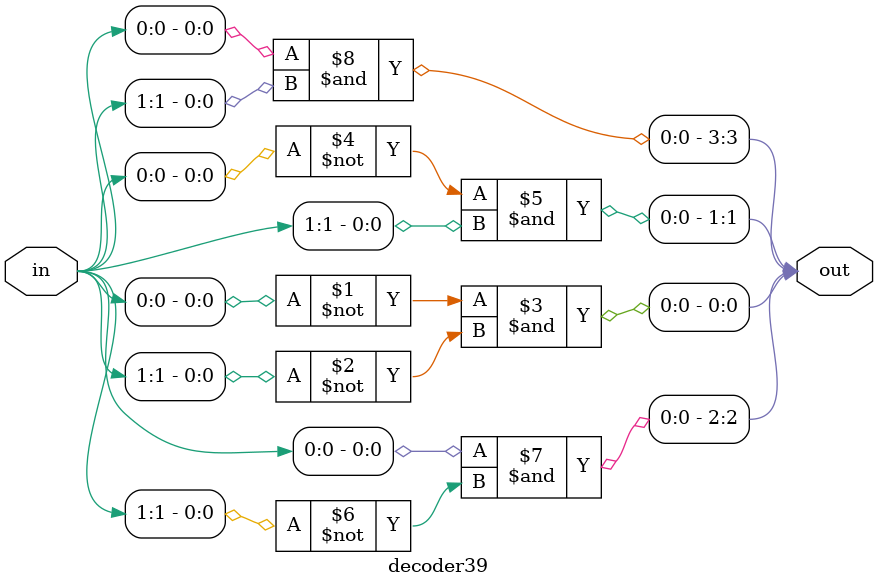
<source format=v>
module decoder39 (input [1:0] in, output [3:0] out);

    assign out[0] = ~in[0] & ~in[1];
    assign out[1] = ~in[0] & in[1];
    assign out[2] = in[0] & ~in[1];
    assign out[3] = in[0] & in[1];

endmodule

</source>
